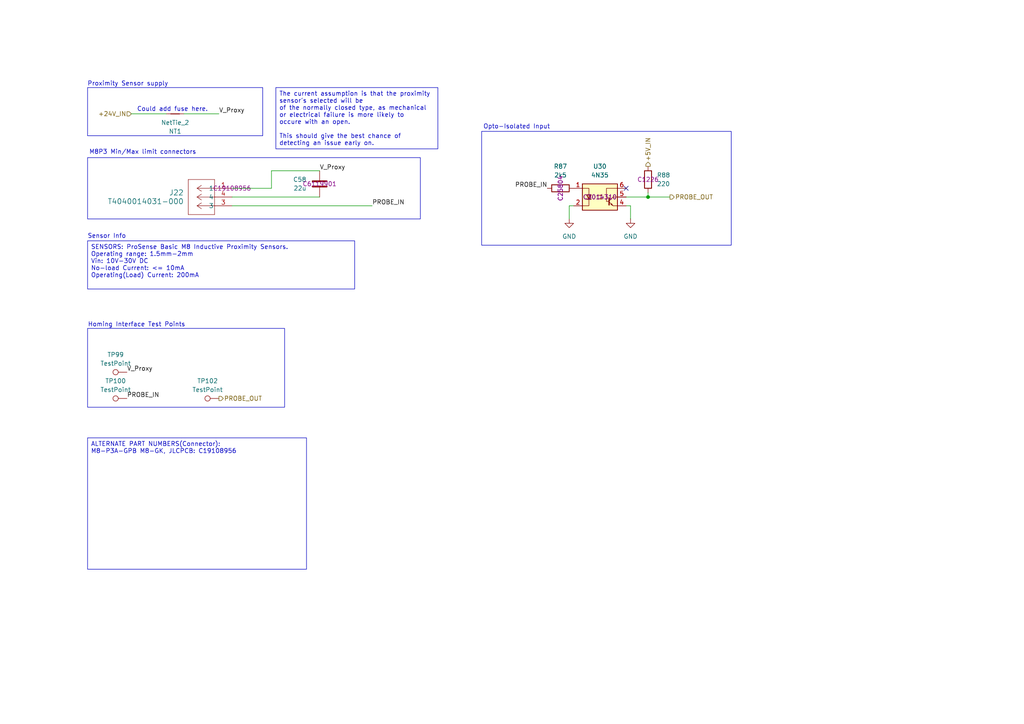
<source format=kicad_sch>
(kicad_sch (version 20250114) (generator "eeschema") (generator_version "9.0")
  (paper "A4")
  (lib_symbols
    (symbol "Connector:TestPoint" (pin_numbers (hide yes)) (pin_names (offset 0.762) (hide yes))
      (property "Reference" "TP" (at 0 6.858 0))
      (property "Value" "TestPoint" (at 0 5.08 0))
      (symbol "TestPoint_0_1"
        (circle (center 0 3.302) (radius 0.762))
      )
      (symbol "TestPoint_1_1"
        (pin passive line (at 0 0 90) (length 2.54) (name "1") (number "1"))
      )
    )
    (symbol "Device:C" (pin_numbers (hide yes)) (pin_names (offset 0.254))
      (property "Reference" "C" (at 0.635 2.54 0))
      (property "Value" "C" (at 0.635 -2.54 0))
      (symbol "C_0_1"
        (polyline (pts (xy -2.032 0.762) (xy 2.032 0.762)) (stroke (width 0.508)))
        (polyline (pts (xy -2.032 -0.762) (xy 2.032 -0.762)) (stroke (width 0.508)))
      )
      (symbol "C_1_1"
        (pin passive line (at 0 3.81 270) (length 2.794) (name "~") (number "1"))
        (pin passive line (at 0 -3.81 90) (length 2.794) (name "~") (number "2"))
      )
    )
    (symbol "Device:NetTie_2" (pin_numbers (hide yes)) (pin_names (offset 0) (hide yes)) (in_bom no)
      (property "Reference" "NT" (at 0 1.27 0))
      (property "Value" "NetTie_2" (at 0 -1.27 0))
      (symbol "NetTie_2_0_1"
        (polyline (pts (xy -1.27 0) (xy 1.27 0)) (stroke (width 0.254)))
      )
      (symbol "NetTie_2_1_1"
        (pin passive line (at -2.54 0 0) (length 2.54) (name "1") (number "1"))
        (pin passive line (at 2.54 0 180) (length 2.54) (name "2") (number "2"))
      )
    )
    (symbol "Device:R" (pin_numbers (hide yes)) (pin_names (offset 0))
      (property "Reference" "R" (at 2.032 0 90))
      (property "Value" "R" (at 0 0 90))
      (symbol "R_0_1"
        (rectangle (start -1.016 -2.54) (end 1.016 2.54) (stroke (width 0.254)))
      )
      (symbol "R_1_1"
        (pin passive line (at 0 3.81 270) (length 1.27) (name "~") (number "1"))
        (pin passive line (at 0 -3.81 90) (length 1.27) (name "~") (number "2"))
      )
    )
    (symbol "Isolator:4N35" (pin_names (offset 1.016))
      (property "Reference" "U" (at -5.08 5.08 0))
      (property "Value" "4N35" (at 0 5.08 0))
      (symbol "4N35_0_1"
        (rectangle (start -5.08 3.81) (end 5.08 -3.81) (stroke (width 0.254)) (fill (type background)))
        (polyline (pts (xy -5.08 -2.54) (xy -3.175 -2.54) (xy -3.175 2.54) (xy -5.08 2.54)))
        (polyline (pts (xy -3.81 -0.635) (xy -2.54 -0.635)) (stroke (width 0.254)))
        (polyline (pts (xy -3.175 -0.635) (xy -3.81 0.635) (xy -2.54 0.635) (xy -3.175 -0.635)) (stroke (width 0.254)))
        (polyline (pts (xy -0.635 0.508) (xy 0.635 0.508) (xy 0.254 0.381) (xy 0.254 0.635) (xy 0.635 0.508)))
        (polyline (pts (xy -0.635 -0.508) (xy 0.635 -0.508) (xy 0.254 -0.635) (xy 0.254 -0.381) (xy 0.635 -0.508)))
        (polyline (pts (xy 2.667 -0.254) (xy 2.667 -2.286) (xy 2.667 -2.286)) (stroke (width 0.3556)))
        (polyline (pts (xy 2.667 -1.143) (xy 3.81 0)))
        (polyline (pts (xy 2.667 -1.397) (xy 3.81 -2.54)))
        (polyline (pts (xy 3.683 -2.413) (xy 3.429 -1.905) (xy 3.175 -2.159) (xy 3.683 -2.413)))
        (polyline (pts (xy 3.81 0) (xy 5.08 0)))
        (polyline (pts (xy 3.81 -2.54) (xy 5.08 -2.54)))
        (polyline (pts (xy 5.08 2.54) (xy 1.905 2.54) (xy 1.905 -1.27) (xy 2.54 -1.27)))
      )
      (symbol "4N35_1_1"
        (pin passive line (at -7.62 2.54 0) (length 2.54) (name "~") (number "1"))
        (pin passive line (at -7.62 -2.54 0) (length 2.54) (name "~") (number "2"))
        (pin no_connect line (at -5.08 0 0) (length 2.54) (hide yes) (name "NC") (number "3"))
        (pin passive line (at 7.62 2.54 180) (length 2.54) (name "~") (number "6"))
        (pin passive line (at 7.62 0 180) (length 2.54) (name "~") (number "5"))
        (pin passive line (at 7.62 -2.54 180) (length 2.54) (name "~") (number "4"))
      )
    )
    (symbol "M8P3:T4040014031-000" (pin_names (offset 0.254))
      (property "Reference" "J" (at 8.89 6.35 0))
      (property "Value" "T4040014031-000" (at 0 0 0))
      (symbol "T4040014031-000_1_1"
        (polyline (pts (xy 5.08 2.54) (xy 5.08 -7.62)) (stroke (width 0.127)))
        (polyline (pts (xy 5.08 -7.62) (xy 12.7 -7.62)) (stroke (width 0.127)))
        (polyline (pts (xy 10.16 0) (xy 5.08 0)) (stroke (width 0.127)))
        (polyline (pts (xy 10.16 0) (xy 8.89 0.8467)) (stroke (width 0.127)))
        (polyline (pts (xy 10.16 0) (xy 8.89 -0.8467)) (stroke (width 0.127)))
        (polyline (pts (xy 10.16 -2.54) (xy 5.08 -2.54)) (stroke (width 0.127)))
        (polyline (pts (xy 10.16 -2.54) (xy 8.89 -1.6933)) (stroke (width 0.127)))
        (polyline (pts (xy 10.16 -2.54) (xy 8.89 -3.3867)) (stroke (width 0.127)))
        (polyline (pts (xy 10.16 -5.08) (xy 5.08 -5.08)) (stroke (width 0.127)))
        (polyline (pts (xy 10.16 -5.08) (xy 8.89 -4.2333)) (stroke (width 0.127)))
        (polyline (pts (xy 10.16 -5.08) (xy 8.89 -5.9267)) (stroke (width 0.127)))
        (polyline (pts (xy 12.7 2.54) (xy 5.08 2.54)) (stroke (width 0.127)))
        (polyline (pts (xy 12.7 -7.62) (xy 12.7 2.54)) (stroke (width 0.127)))
        (pin unspecified line (at 0 0 0) (length 5.08) (name "1") (number "1"))
        (pin unspecified line (at 0 -2.54 0) (length 5.08) (name "4") (number "4"))
        (pin unspecified line (at 0 -5.08 0) (length 5.08) (name "3") (number "3"))
      )
      (symbol "T4040014031-000_1_2"
        (polyline (pts (xy 5.08 2.54) (xy 5.08 -7.62)) (stroke (width 0.127)))
        (polyline (pts (xy 5.08 -7.62) (xy 12.7 -7.62)) (stroke (width 0.127)))
        (polyline (pts (xy 7.62 0) (xy 5.08 0)) (stroke (width 0.127)))
        (polyline (pts (xy 7.62 0) (xy 8.89 0.8467)) (stroke (width 0.127)))
        (polyline (pts (xy 7.62 0) (xy 8.89 -0.8467)) (stroke (width 0.127)))
        (polyline (pts (xy 7.62 -2.54) (xy 5.08 -2.54)) (stroke (width 0.127)))
        (polyline (pts (xy 7.62 -2.54) (xy 8.89 -1.6933)) (stroke (width 0.127)))
        (polyline (pts (xy 7.62 -2.54) (xy 8.89 -3.3867)) (stroke (width 0.127)))
        (polyline (pts (xy 7.62 -5.08) (xy 5.08 -5.08)) (stroke (width 0.127)))
        (polyline (pts (xy 7.62 -5.08) (xy 8.89 -4.2333)) (stroke (width 0.127)))
        (polyline (pts (xy 7.62 -5.08) (xy 8.89 -5.9267)) (stroke (width 0.127)))
        (polyline (pts (xy 12.7 2.54) (xy 5.08 2.54)) (stroke (width 0.127)))
        (polyline (pts (xy 12.7 -7.62) (xy 12.7 2.54)) (stroke (width 0.127)))
        (pin unspecified line (at 0 0 0) (length 5.08) (name "1") (number "1"))
        (pin unspecified line (at 0 -2.54 0) (length 5.08) (name "4") (number "4"))
        (pin unspecified line (at 0 -5.08 0) (length 5.08) (name "3") (number "3"))
      )
    )
    (symbol "power:GND" (power) (pin_numbers (hide yes)) (pin_names (offset 0) (hide yes))
      (property "Value" "GND" (at 0 -3.81 0))
      (symbol "GND_0_1"
        (polyline (pts (xy 0 0) (xy 0 -1.27) (xy 1.27 -1.27) (xy 0 -2.54) (xy -1.27 -1.27) (xy 0 -1.27)))
      )
      (symbol "GND_1_1"
        (pin power_in line (at 0 0 270) (length 0) (name "~") (number "1"))
      )
    )
  )
  (rectangle (start 139.7 38.1) (end 212.09 71.12))
  (rectangle (start 25.4 25.4) (end 76.2 39.37))
  (rectangle (start 25.4 95.25) (end 82.55 118.11))
  (rectangle (start 25.4 45.72) (end 121.92 63.5))
  (text "Homing Interface Test Points" (at 39.624 94.234 0) (effects (font (size 1.27 1.27))))
  (text "Opto-Isolated Input" (at 149.86 36.83 0) (effects (font (size 1.27 1.27))))
  (text "M8P3 Min/Max limit connectors" (at 41.402 44.196 0) (effects (font (size 1.27 1.27))))
  (text "Proximity Sensor supply" (at 37.084 24.384 0) (effects (font (size 1.27 1.27))))
  (text "Could add fuse here." (at 50.038 31.75 0) (effects (font (size 1.27 1.27))))
  (text "Sensor Info" (at 30.988 68.58 0) (effects (font (size 1.27 1.27))))
  (text_box "ALTERNATE PART NUMBERS(Connector):\nM8-P3A-GPB M8-GK, JLCPCB: C19108956\n" (at 25.4 127 0) (size 63.5 38.1) (margins 0.9525 0.9525 0.9525 0.9525) (effects (font (size 1.27 1.27)) (justify left top)))
  (text_box "SENSORS: ProSense Basic M8 Inductive Proximity Sensors.\nOperating range: 1.5mm-2mm\nVin: 10V-30V DC\nNo-load Current: <= 10mA\nOperating(Load) Current: 200mA\n" (at 25.4 69.85 0) (size 77.47 13.97) (margins 0.9525 0.9525 0.9525 0.9525) (effects (font (size 1.27 1.27)) (justify left top)))
  (text_box "The current assumption is that the proximity sensor's selected will be \nof the normally closed type, as mechanical or electrical failure is more likely to\noccure with an open.\n\nThis should give the best chance of detecting an issue early on." (at 80.01 25.4 0) (size 46.99 17.78) (margins 0.9525 0.9525 0.9525 0.9525) (effects (font (size 1.27 1.27)) (justify left top)))
  (junction (at 187.96 57.15))
  (no_connect (at 181.61 54.61))
  (wire (pts (xy 67.31 54.61) (xy 78.74 54.61)))
  (wire (pts (xy 92.71 57.15) (xy 67.31 57.15)))
  (wire (pts (xy 78.74 49.53) (xy 92.71 49.53)))
  (wire (pts (xy 181.61 57.15) (xy 187.96 57.15)))
  (wire (pts (xy 38.1 33.02) (xy 48.26 33.02)))
  (wire (pts (xy 187.96 57.15) (xy 194.31 57.15)))
  (wire (pts (xy 182.88 63.5) (xy 182.88 59.69)))
  (wire (pts (xy 107.95 59.69) (xy 67.31 59.69)))
  (wire (pts (xy 53.34 33.02) (xy 63.5 33.02)))
  (wire (pts (xy 165.1 59.69) (xy 166.37 59.69)))
  (wire (pts (xy 78.74 54.61) (xy 78.74 49.53)))
  (wire (pts (xy 182.88 59.69) (xy 181.61 59.69)))
  (wire (pts (xy 165.1 59.69) (xy 165.1 63.5)))
  (wire (pts (xy 187.96 57.15) (xy 187.96 55.88)))
  (label "PROBE_IN" (at 107.95 59.69 0))
  (label "V_Proxy" (at 92.71 49.53 0))
  (label "PROBE_IN" (at 36.83 115.57 0))
  (label "V_Proxy" (at 63.5 33.02 0))
  (label "PROBE_IN" (at 158.75 54.61 180))
  (label "V_Proxy" (at 36.83 107.95 0))
  (hierarchical_label "+5V_IN" (shape output) (at 187.96 48.26 90))
  (hierarchical_label "PROBE_OUT" (shape output) (at 63.5 115.57 0))
  (hierarchical_label "PROBE_OUT" (shape output) (at 194.31 57.15 0))
  (hierarchical_label "+24V_IN" (shape input) (at 38.1 33.02 180))
  (symbol (lib_id "Device:C") (at 92.71 53.34 0) (mirror y) (unit 1)
    (property "Reference" "C58" (at 88.9 52.0699 0) (effects (justify left)))
    (property "Value" "22u" (at 88.9 54.6099 0) (effects (justify left)))
    (property "Footprint" "Capacitor_SMD:C_0805_2012Metric" (effects (hide yes)))
    (property "Description" "Unpolarized capacitor" (effects (hide yes)))
    (property "jlcpcb" "C6119901" (at 92.71 53.34 0))
  )
  (symbol (lib_id "Connector:TestPoint") (at 63.5 115.57 90) (unit 1) (in_bom no)
    (property "Reference" "TP102" (at 60.198 110.49 90))
    (property "Value" "TestPoint" (at 60.198 113.03 90))
    (property "Footprint" "TestPoint:TestPoint_Pad_1.0x1.0mm" (effects (hide yes)))
    (property "Description" "test point" (effects (hide yes)))
  )
  (symbol (lib_id "power:GND") (at 182.88 63.5 0) (unit 1)
    (property "Reference" "#PWR0229" (effects (hide yes)))
    (property "Value" "GND" (at 182.88 68.58 0))
    (property "Description" "Power symbol creates a global label with name \"GND\" , ground" (effects (hide yes)))
  )
  (symbol (lib_id "Device:NetTie_2") (at 50.8 33.02 0) (mirror x) (unit 1) (in_bom no)
    (property "Reference" "NT1" (at 50.8 38.1 0))
    (property "Value" "NetTie_2" (at 50.8 35.56 0))
    (property "Description" "Net tie, 2 pins" (effects (hide yes)))
  )
  (symbol (lib_id "M8P3:T4040014031-000") (at 67.31 54.61 0) (mirror y) (unit 1)
    (property "Reference" "J22" (at 53.34 55.8799 0) (effects (font (size 1.524 1.524)) (justify left)))
    (property "Value" "T4040014031-000" (at 53.34 58.4199 0) (effects (font (size 1.524 1.524)) (justify left)))
    (property "Footprint" "footprints:CONN3_T4040014031-000_TEC" (effects (hide yes)))
    (property "Datasheet" "T4040014031-000" (effects (hide yes)))
    (property "jlcpcb" "C19108956" (at 67.31 54.61 0))
  )
  (symbol (lib_id "Connector:TestPoint") (at 36.83 115.57 90) (unit 1) (in_bom no)
    (property "Reference" "TP100" (at 33.528 110.49 90))
    (property "Value" "TestPoint" (at 33.528 113.03 90))
    (property "Footprint" "TestPoint:TestPoint_Pad_1.0x1.0mm" (effects (hide yes)))
    (property "Description" "test point" (effects (hide yes)))
  )
  (symbol (lib_id "Device:R") (at 162.56 54.61 270) (unit 1)
    (property "Reference" "R87" (at 162.56 48.26 90))
    (property "Value" "2k5" (at 162.56 50.8 90))
    (property "Footprint" "Resistor_SMD:R_0201_0603Metric" (effects (hide yes)))
    (property "Description" "Resistor" (effects (hide yes)))
    (property "jlcpcb" "C25804" (at 162.56 54.61 0))
  )
  (symbol (lib_id "Connector:TestPoint") (at 36.83 107.95 90) (unit 1) (in_bom no)
    (property "Reference" "TP99" (at 33.528 102.87 90))
    (property "Value" "TestPoint" (at 33.528 105.41 90))
    (property "Footprint" "TestPoint:TestPoint_Pad_1.0x1.0mm" (effects (hide yes)))
    (property "Description" "test point" (effects (hide yes)))
  )
  (symbol (lib_id "Device:R") (at 187.96 52.07 0) (unit 1)
    (property "Reference" "R88" (at 190.5 50.7999 0) (effects (justify left)))
    (property "Value" "220" (at 190.5 53.3399 0) (effects (justify left)))
    (property "Footprint" "Resistor_SMD:R_0201_0603Metric" (effects (hide yes)))
    (property "Description" "Resistor" (effects (hide yes)))
    (property "jlcpcb" "C1226" (at 187.96 52.07 0))
  )
  (symbol (lib_id "power:GND") (at 165.1 63.5 0) (unit 1)
    (property "Reference" "#PWR0228" (effects (hide yes)))
    (property "Value" "GND" (at 165.1 68.58 0))
    (property "Description" "Power symbol creates a global label with name \"GND\" , ground" (effects (hide yes)))
  )
  (symbol (lib_id "Isolator:4N35") (at 173.99 57.15 0) (unit 1)
    (property "Reference" "U30" (at 173.99 48.26 0))
    (property "Value" "4N35" (at 173.99 50.8 0))
    (property "Footprint" "Package_DIP:DIP-6_W7.62mm" (effects (hide yes)))
    (property "Datasheet" "https://www.vishay.com/docs/81181/4n35.pdf" (effects (hide yes)))
    (property "Description" "Optocoupler, Phototransistor Output, with Base Connection, Vce 70V, CTR 100%, Viso 5000V, DIP6" (effects (hide yes)))
    (property "jlcpcb" "C3014310" (at 173.99 57.15 0))
  )
)
</source>
